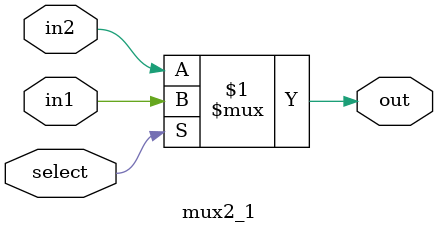
<source format=v>
module mux2_1(select,in1,in2,out);
	input in1,in2,select;
	output out;
	assign out = (select) ? in1 : in2;
endmodule


</source>
